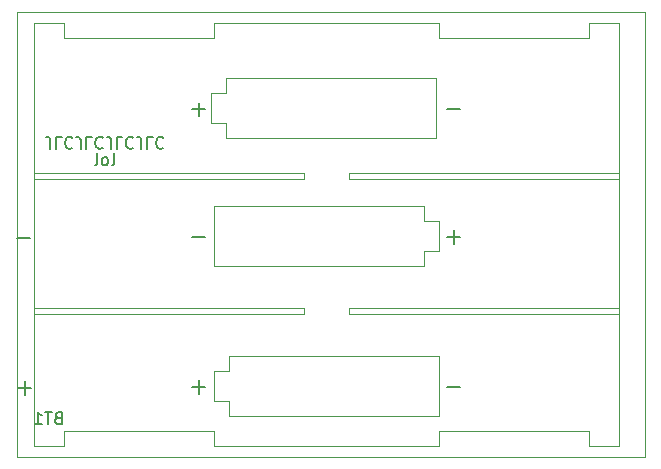
<source format=gbr>
G04 #@! TF.GenerationSoftware,KiCad,Pcbnew,5.1.5-1.fc31*
G04 #@! TF.CreationDate,2020-02-11T17:57:21+01:00*
G04 #@! TF.ProjectId,mimu3000,6d696d75-3330-4303-902e-6b696361645f,rev?*
G04 #@! TF.SameCoordinates,Original*
G04 #@! TF.FileFunction,Legend,Bot*
G04 #@! TF.FilePolarity,Positive*
%FSLAX46Y46*%
G04 Gerber Fmt 4.6, Leading zero omitted, Abs format (unit mm)*
G04 Created by KiCad (PCBNEW 5.1.5-1.fc31) date 2020-02-11 17:57:21*
%MOMM*%
%LPD*%
G04 APERTURE LIST*
%ADD10C,0.150000*%
%ADD11C,0.120000*%
G04 APERTURE END LIST*
D10*
X167780952Y-99947619D02*
X167780952Y-99233333D01*
X167733333Y-99090476D01*
X167638095Y-98995238D01*
X167495238Y-98947619D01*
X167400000Y-98947619D01*
X168733333Y-98947619D02*
X168257142Y-98947619D01*
X168257142Y-99947619D01*
X169638095Y-99042857D02*
X169590476Y-98995238D01*
X169447619Y-98947619D01*
X169352380Y-98947619D01*
X169209523Y-98995238D01*
X169114285Y-99090476D01*
X169066666Y-99185714D01*
X169019047Y-99376190D01*
X169019047Y-99519047D01*
X169066666Y-99709523D01*
X169114285Y-99804761D01*
X169209523Y-99900000D01*
X169352380Y-99947619D01*
X169447619Y-99947619D01*
X169590476Y-99900000D01*
X169638095Y-99852380D01*
X170352380Y-99947619D02*
X170352380Y-99233333D01*
X170304761Y-99090476D01*
X170209523Y-98995238D01*
X170066666Y-98947619D01*
X169971428Y-98947619D01*
X171304761Y-98947619D02*
X170828571Y-98947619D01*
X170828571Y-99947619D01*
X172209523Y-99042857D02*
X172161904Y-98995238D01*
X172019047Y-98947619D01*
X171923809Y-98947619D01*
X171780952Y-98995238D01*
X171685714Y-99090476D01*
X171638095Y-99185714D01*
X171590476Y-99376190D01*
X171590476Y-99519047D01*
X171638095Y-99709523D01*
X171685714Y-99804761D01*
X171780952Y-99900000D01*
X171923809Y-99947619D01*
X172019047Y-99947619D01*
X172161904Y-99900000D01*
X172209523Y-99852380D01*
X172923809Y-99947619D02*
X172923809Y-99233333D01*
X172876190Y-99090476D01*
X172780952Y-98995238D01*
X172638095Y-98947619D01*
X172542857Y-98947619D01*
X173876190Y-98947619D02*
X173400000Y-98947619D01*
X173400000Y-99947619D01*
X174780952Y-99042857D02*
X174733333Y-98995238D01*
X174590476Y-98947619D01*
X174495238Y-98947619D01*
X174352380Y-98995238D01*
X174257142Y-99090476D01*
X174209523Y-99185714D01*
X174161904Y-99376190D01*
X174161904Y-99519047D01*
X174209523Y-99709523D01*
X174257142Y-99804761D01*
X174352380Y-99900000D01*
X174495238Y-99947619D01*
X174590476Y-99947619D01*
X174733333Y-99900000D01*
X174780952Y-99852380D01*
X175495238Y-99947619D02*
X175495238Y-99233333D01*
X175447619Y-99090476D01*
X175352380Y-98995238D01*
X175209523Y-98947619D01*
X175114285Y-98947619D01*
X176447619Y-98947619D02*
X175971428Y-98947619D01*
X175971428Y-99947619D01*
X177352380Y-99042857D02*
X177304761Y-98995238D01*
X177161904Y-98947619D01*
X177066666Y-98947619D01*
X176923809Y-98995238D01*
X176828571Y-99090476D01*
X176780952Y-99185714D01*
X176733333Y-99376190D01*
X176733333Y-99519047D01*
X176780952Y-99709523D01*
X176828571Y-99804761D01*
X176923809Y-99900000D01*
X177066666Y-99947619D01*
X177161904Y-99947619D01*
X177304761Y-99900000D01*
X177352380Y-99852380D01*
X172995238Y-101352380D02*
X173090476Y-101304761D01*
X173138095Y-101209523D01*
X173138095Y-100352380D01*
X172471428Y-101352380D02*
X172566666Y-101304761D01*
X172614285Y-101257142D01*
X172661904Y-101161904D01*
X172661904Y-100876190D01*
X172614285Y-100780952D01*
X172566666Y-100733333D01*
X172471428Y-100685714D01*
X172328571Y-100685714D01*
X172233333Y-100733333D01*
X172185714Y-100780952D01*
X172138095Y-100876190D01*
X172138095Y-101161904D01*
X172185714Y-101257142D01*
X172233333Y-101304761D01*
X172328571Y-101352380D01*
X172471428Y-101352380D01*
X171566666Y-101352380D02*
X171661904Y-101304761D01*
X171709523Y-101209523D01*
X171709523Y-100352380D01*
D11*
X213360000Y-89335000D02*
X213360000Y-90605000D01*
X215900000Y-89335000D02*
X213360000Y-89335000D01*
X215900000Y-125095000D02*
X215900000Y-102235000D01*
X213360000Y-125095000D02*
X213360000Y-123825000D01*
X215900000Y-125095000D02*
X213360000Y-125095000D01*
X168910000Y-90605000D02*
X181610000Y-90605000D01*
X168910000Y-89344500D02*
X168910000Y-90605000D01*
X166370000Y-89344500D02*
X168910000Y-89344500D01*
X166370000Y-125095000D02*
X166370000Y-102235000D01*
X168910000Y-125095000D02*
X166370000Y-125095000D01*
X168910000Y-123825000D02*
X168910000Y-125095000D01*
X168910000Y-123825000D02*
X181610000Y-123825000D01*
X213360000Y-90605000D02*
X200660000Y-90605000D01*
X181610000Y-125095000D02*
X181610000Y-123825000D01*
X200660000Y-125095000D02*
X181610000Y-125095000D01*
X200660000Y-123825000D02*
X200660000Y-125095000D01*
X213360000Y-123825000D02*
X200660000Y-123825000D01*
X200660000Y-89335000D02*
X200660000Y-90605000D01*
X181610000Y-89335000D02*
X200660000Y-89335000D01*
X181610000Y-90605000D02*
X181610000Y-89335000D01*
X193040000Y-113411000D02*
X215900000Y-113411000D01*
X193040000Y-113919000D02*
X193040000Y-113411000D01*
X215900000Y-113919000D02*
X193040000Y-113919000D01*
X189230000Y-113411000D02*
X166370000Y-113411000D01*
X189230000Y-113919000D02*
X189230000Y-113411000D01*
X166370000Y-113919000D02*
X189230000Y-113919000D01*
X200660000Y-122555000D02*
X200660000Y-121285000D01*
X182880000Y-122555000D02*
X200660000Y-122555000D01*
X182880000Y-121285000D02*
X182880000Y-122555000D01*
X181610000Y-121285000D02*
X182880000Y-121285000D01*
X181610000Y-118745000D02*
X181610000Y-121285000D01*
X182880000Y-118745000D02*
X181610000Y-118745000D01*
X182880000Y-117475000D02*
X182880000Y-118745000D01*
X200660000Y-117475000D02*
X182880000Y-117475000D01*
X200660000Y-121285000D02*
X200660000Y-117475000D01*
X199390000Y-104775000D02*
X181610000Y-104775000D01*
X199390000Y-106045000D02*
X199390000Y-104775000D01*
X200660000Y-106045000D02*
X199390000Y-106045000D01*
X200660000Y-108585000D02*
X200660000Y-106045000D01*
X199390000Y-108585000D02*
X200660000Y-108585000D01*
X199390000Y-109855000D02*
X199390000Y-108585000D01*
X181610000Y-109855000D02*
X199390000Y-109855000D01*
X181610000Y-104775000D02*
X181610000Y-109855000D01*
X215900000Y-102235000D02*
X215900000Y-89335000D01*
X166370000Y-102235000D02*
X166370000Y-89344500D01*
X200660000Y-121285000D02*
X200660000Y-117475000D01*
X200660000Y-117475000D02*
X182880000Y-117475000D01*
X182880000Y-117475000D02*
X182880000Y-118745000D01*
X182880000Y-118745000D02*
X181610000Y-118745000D01*
X181610000Y-118745000D02*
X181610000Y-121285000D01*
X181610000Y-121285000D02*
X182880000Y-121285000D01*
X182880000Y-121285000D02*
X182880000Y-122555000D01*
X182880000Y-122555000D02*
X200660000Y-122555000D01*
X200660000Y-122555000D02*
X200660000Y-121285000D01*
X200406000Y-99060000D02*
X200406000Y-97790000D01*
X182626000Y-99060000D02*
X200406000Y-99060000D01*
X182626000Y-97790000D02*
X182626000Y-99060000D01*
X181356000Y-97790000D02*
X182626000Y-97790000D01*
X181356000Y-95250000D02*
X181356000Y-97790000D01*
X182626000Y-95250000D02*
X181356000Y-95250000D01*
X182626000Y-93980000D02*
X182626000Y-95250000D01*
X200406000Y-93980000D02*
X182626000Y-93980000D01*
X200406000Y-97790000D02*
X200406000Y-93980000D01*
X200406000Y-97790000D02*
X200406000Y-93980000D01*
X200406000Y-93980000D02*
X182626000Y-93980000D01*
X182626000Y-93980000D02*
X182626000Y-95250000D01*
X182626000Y-95250000D02*
X181356000Y-95250000D01*
X181356000Y-95250000D02*
X181356000Y-97790000D01*
X181356000Y-97790000D02*
X182626000Y-97790000D01*
X182626000Y-97790000D02*
X182626000Y-99060000D01*
X182626000Y-99060000D02*
X200406000Y-99060000D01*
X200406000Y-99060000D02*
X200406000Y-97790000D01*
X166370000Y-102489000D02*
X189230000Y-102489000D01*
X189230000Y-102489000D02*
X189230000Y-101981000D01*
X189230000Y-101981000D02*
X166370000Y-101981000D01*
X215900000Y-102489000D02*
X193040000Y-102489000D01*
X193040000Y-102489000D02*
X193040000Y-101981000D01*
X193040000Y-101981000D02*
X215900000Y-101981000D01*
X218140000Y-126065000D02*
X164940000Y-126065000D01*
X164940000Y-126065000D02*
X164940000Y-88365000D01*
X164940000Y-88365000D02*
X218140000Y-88365000D01*
X218140000Y-88365000D02*
X218140000Y-126065000D01*
D10*
X168425714Y-122728571D02*
X168282857Y-122776190D01*
X168235238Y-122823809D01*
X168187619Y-122919047D01*
X168187619Y-123061904D01*
X168235238Y-123157142D01*
X168282857Y-123204761D01*
X168378095Y-123252380D01*
X168759047Y-123252380D01*
X168759047Y-122252380D01*
X168425714Y-122252380D01*
X168330476Y-122300000D01*
X168282857Y-122347619D01*
X168235238Y-122442857D01*
X168235238Y-122538095D01*
X168282857Y-122633333D01*
X168330476Y-122680952D01*
X168425714Y-122728571D01*
X168759047Y-122728571D01*
X167901904Y-122252380D02*
X167330476Y-122252380D01*
X167616190Y-123252380D02*
X167616190Y-122252380D01*
X166473333Y-123252380D02*
X167044761Y-123252380D01*
X166759047Y-123252380D02*
X166759047Y-122252380D01*
X166854285Y-122395238D01*
X166949523Y-122490476D01*
X167044761Y-122538095D01*
X166171428Y-120207142D02*
X165028571Y-120207142D01*
X165600000Y-120778571D02*
X165600000Y-119635714D01*
X166071428Y-107507142D02*
X164928571Y-107507142D01*
X202501428Y-120122142D02*
X201358571Y-120122142D01*
X202501428Y-96627142D02*
X201358571Y-96627142D01*
X180911428Y-107422142D02*
X179768571Y-107422142D01*
X180911428Y-96627142D02*
X179768571Y-96627142D01*
X180340000Y-97198571D02*
X180340000Y-96055714D01*
X202501428Y-107422142D02*
X201358571Y-107422142D01*
X201930000Y-107993571D02*
X201930000Y-106850714D01*
X180911428Y-120122142D02*
X179768571Y-120122142D01*
X180340000Y-120693571D02*
X180340000Y-119550714D01*
M02*

</source>
